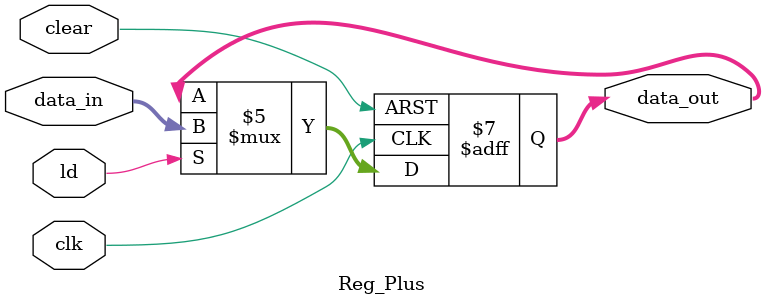
<source format=v>
module Reg_Plus(clk, data_in, ld, clear, data_out);

// list of inputs
input wire clk, ld, clear;
input wire [3:0] data_in;

// list of outputs	
output reg [3:0] data_out;

// module implementation	
always @(posedge clk , posedge clear)
	begin
		if	     (clear == 1'b1)		data_out = 4'b0000;				// clear Plus
		else if (ld == 1'b1)		data_out = data_in; 					// load data in Plus
	end
endmodule 
</source>
